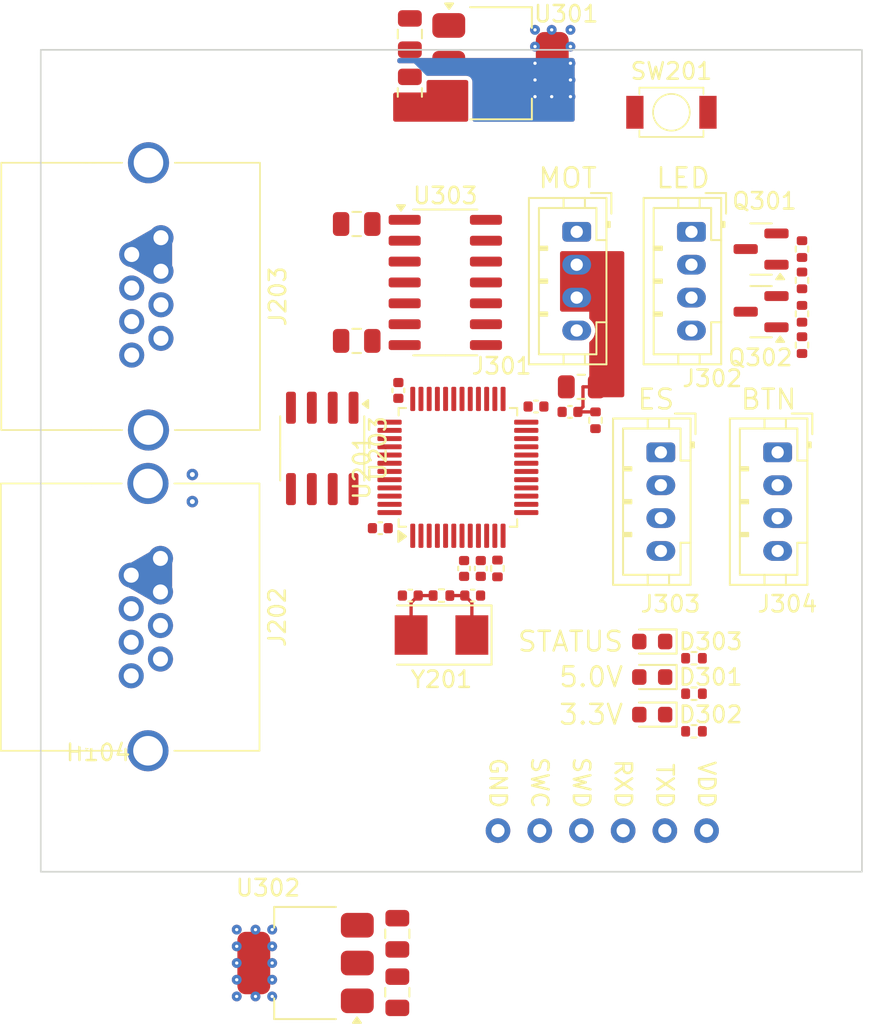
<source format=kicad_pcb>
(kicad_pcb
	(version 20241229)
	(generator "pcbnew")
	(generator_version "9.0")
	(general
		(thickness 1.6)
		(legacy_teardrops no)
	)
	(paper "A4")
	(layers
		(0 "F.Cu" signal)
		(2 "B.Cu" signal)
		(9 "F.Adhes" user "F.Adhesive")
		(11 "B.Adhes" user "B.Adhesive")
		(13 "F.Paste" user)
		(15 "B.Paste" user)
		(5 "F.SilkS" user "F.Silkscreen")
		(7 "B.SilkS" user "B.Silkscreen")
		(1 "F.Mask" user)
		(3 "B.Mask" user)
		(17 "Dwgs.User" user "User.Drawings")
		(19 "Cmts.User" user "User.Comments")
		(21 "Eco1.User" user "User.Eco1")
		(23 "Eco2.User" user "User.Eco2")
		(25 "Edge.Cuts" user)
		(27 "Margin" user)
		(31 "F.CrtYd" user "F.Courtyard")
		(29 "B.CrtYd" user "B.Courtyard")
		(35 "F.Fab" user)
		(33 "B.Fab" user)
		(39 "User.1" user)
		(41 "User.2" user)
		(43 "User.3" user)
		(45 "User.4" user)
	)
	(setup
		(pad_to_mask_clearance 0)
		(allow_soldermask_bridges_in_footprints no)
		(tenting front back)
		(pcbplotparams
			(layerselection 0x00000000_00000000_55555555_5755f5ff)
			(plot_on_all_layers_selection 0x00000000_00000000_00000000_00000000)
			(disableapertmacros no)
			(usegerberextensions no)
			(usegerberattributes yes)
			(usegerberadvancedattributes yes)
			(creategerberjobfile yes)
			(dashed_line_dash_ratio 12.000000)
			(dashed_line_gap_ratio 3.000000)
			(svgprecision 4)
			(plotframeref no)
			(mode 1)
			(useauxorigin no)
			(hpglpennumber 1)
			(hpglpenspeed 20)
			(hpglpendiameter 15.000000)
			(pdf_front_fp_property_popups yes)
			(pdf_back_fp_property_popups yes)
			(pdf_metadata yes)
			(pdf_single_document no)
			(dxfpolygonmode yes)
			(dxfimperialunits yes)
			(dxfusepcbnewfont yes)
			(psnegative no)
			(psa4output no)
			(plot_black_and_white yes)
			(plotinvisibletext no)
			(sketchpadsonfab no)
			(plotpadnumbers no)
			(hidednponfab no)
			(sketchdnponfab yes)
			(crossoutdnponfab yes)
			(subtractmaskfromsilk no)
			(outputformat 1)
			(mirror no)
			(drillshape 1)
			(scaleselection 1)
			(outputdirectory "")
		)
	)
	(net 0 "")
	(net 1 "3V3")
	(net 2 "GND")
	(net 3 "5V0")
	(net 4 "Vin")
	(net 5 "/MCU/RESET")
	(net 6 "/MCU/SWDIO")
	(net 7 "/MCU/RXD1")
	(net 8 "/MCU/TXD1")
	(net 9 "/MCU/SWCLK")
	(net 10 "/MCU/CAN HIGH")
	(net 11 "/MCU/CAN LOW")
	(net 12 "/MCU/CANRXD")
	(net 13 "/MCU/CANTXD")
	(net 14 "Net-(U201-PD0)")
	(net 15 "Net-(U201-PD1)")
	(net 16 "unconnected-(J202-PadSH)")
	(net 17 "unconnected-(J202-PadSH)_1")
	(net 18 "unconnected-(U201-PA4-Pad14)")
	(net 19 "unconnected-(U201-PA3-Pad13)")
	(net 20 "unconnected-(U201-PA6-Pad16)")
	(net 21 "unconnected-(U201-PA15-Pad38)")
	(net 22 "unconnected-(U201-PB9-Pad46)")
	(net 23 "unconnected-(U201-PB7-Pad43)")
	(net 24 "unconnected-(U201-PA1-Pad11)")
	(net 25 "unconnected-(U201-PA0-Pad10)")
	(net 26 "unconnected-(U201-PA5-Pad15)")
	(net 27 "unconnected-(U201-BOOT0-Pad44)")
	(net 28 "unconnected-(U201-PA7-Pad17)")
	(net 29 "unconnected-(U201-VBAT-Pad1)")
	(net 30 "unconnected-(U201-PB8-Pad45)")
	(net 31 "unconnected-(U201-PB10-Pad21)")
	(net 32 "unconnected-(U201-PC13-Pad2)")
	(net 33 "/MCU/Mclose")
	(net 34 "/MCU/Mopen")
	(net 35 "unconnected-(U303-NC-Pad11)")
	(net 36 "/MCU/STclose")
	(net 37 "/MCU/STopen")
	(net 38 "unconnected-(U201-PB2-Pad20)")
	(net 39 "unconnected-(U201-PB0-Pad18)")
	(net 40 "/Power/Vclose")
	(net 41 "/Power/Vopen")
	(net 42 "Net-(Q301-G)")
	(net 43 "unconnected-(U201-PC15-Pad4)")
	(net 44 "unconnected-(U201-PC14-Pad3)")
	(net 45 "Net-(Q302-G)")
	(net 46 "/Power/Vledclose")
	(net 47 "/Power/Vledopen")
	(net 48 "/MCU/LEDopen")
	(net 49 "/MCU/LEDclose")
	(net 50 "Net-(J303-Pin_3)")
	(net 51 "Net-(J303-Pin_2)")
	(net 52 "Net-(J304-Pin_2)")
	(net 53 "Net-(J304-Pin_3)")
	(net 54 "Net-(D302-K)")
	(net 55 "Net-(D301-K)")
	(net 56 "Net-(D303-A)")
	(net 57 "Net-(D303-K)")
	(net 58 "unconnected-(U203-Vref-Pad5)")
	(net 59 "/Power/IM")
	(net 60 "/MCU/Ivalve")
	(footprint "Resistor_SMD:R_0402_1005Metric" (layer "F.Cu") (at 133.35 71.122 90))
	(footprint "Capacitor_SMD:C_0402_1005Metric" (layer "F.Cu") (at 109.5 92.2))
	(footprint "LED_SMD:LED_0603_1608Metric" (layer "F.Cu") (at 124.2315 99.441 180))
	(footprint "Resistor_SMD:R_0402_1005Metric" (layer "F.Cu") (at 133.35 76.964 90))
	(footprint "MountingHole:MountingHole_3.2mm_M3_ISO14580" (layer "F.Cu") (at 90.5 62.5))
	(footprint "Resistor_SMD:R_0402_1005Metric" (layer "F.Cu") (at 133.35 75.059 90))
	(footprint "Capacitor_SMD:C_0402_1005Metric" (layer "F.Cu") (at 113.3 92.2 180))
	(footprint "Package_QFP:LQFP-48_7x7mm_P0.5mm" (layer "F.Cu") (at 112.4 84.4 90))
	(footprint "Capacitor_SMD:C_0402_1005Metric" (layer "F.Cu") (at 107.6745 88.1 180))
	(footprint "MountingHole:MountingHole_3.2mm_M3_ISO14580" (layer "F.Cu") (at 90.5 105.5))
	(footprint "LED_SMD:LED_0603_1608Metric" (layer "F.Cu") (at 124.2315 97.155 180))
	(footprint "Package_TO_SOT_SMD:SOT-223-3_TabPin2" (layer "F.Cu") (at 103.124 114.554 180))
	(footprint "Capacitor_SMD:C_0805_2012Metric" (layer "F.Cu") (at 106.238 69.596 180))
	(footprint "Capacitor_SMD:C_0402_1005Metric" (layer "F.Cu") (at 108.7745 79.72 90))
	(footprint "LED_SMD:LED_0603_1608Metric" (layer "F.Cu") (at 124.2315 94.996 180))
	(footprint "MountingHole:MountingHole_3.2mm_M3_ISO14580" (layer "F.Cu") (at 133.5 62.5))
	(footprint "Crystal:Crystal_SMD_5032-2Pin_5.0x3.2mm" (layer "F.Cu") (at 111.4 94.6 180))
	(footprint "Resistor_SMD:R_0402_1005Metric" (layer "F.Cu") (at 126.7735 96.012))
	(footprint "Capacitor_SMD:C_0402_1005Metric" (layer "F.Cu") (at 119.225 81.026 180))
	(footprint "Projekt:RJ45_SH" (layer "F.Cu") (at 89.97 93.51 -90))
	(footprint "Resistor_SMD:R_0402_1005Metric" (layer "F.Cu") (at 114.808 90.551 -90))
	(footprint "Resistor_SMD:R_0402_1005Metric" (layer "F.Cu") (at 133.35 73.027 90))
	(footprint "Capacitor_SMD:C_0805_2012Metric" (layer "F.Cu") (at 106.238 76.708 180))
	(footprint "Package_SO:SOIC-14_3.9x8.7mm_P1.27mm" (layer "F.Cu") (at 111.633 73.152))
	(footprint "Resistor_SMD:R_0805_2012Metric" (layer "F.Cu") (at 119.9115 79.502 180))
	(footprint "Capacitor_SMD:C_0402_1005Metric" (layer "F.Cu") (at 112.776 90.551 -90))
	(footprint "Resistor_SMD:R_0402_1005Metric" (layer "F.Cu") (at 120.777 81.536 90))
	(footprint "Connector_JST:JST_PH_B4B-PH-K_1x04_P2.00mm_Vertical" (layer "F.Cu") (at 124.756 83.487 -90))
	(footprint "Package_SO:SOIC-8_3.9x4.9mm_P1.27mm" (layer "F.Cu") (at 104.14 83.247 -90))
	(footprint "Connector_JST:JST_PH_B4B-PH-K_1x04_P2.00mm_Vertical" (layer "F.Cu") (at 131.868 83.487 -90))
	(footprint "Capacitor_SMD:C_0402_1005Metric" (layer "F.Cu") (at 117.1545 80.7))
	(footprint "Package_TO_SOT_SMD:SOT-23" (layer "F.Cu") (at 130.8585 74.93 180))
	(footprint "Capacitor_SMD:C_0805_2012Metric" (layer "F.Cu") (at 109.474 61.595 90))
	(footprint "Projekt:RJ45_SH" (layer "F.Cu") (at 90 74 -90))
	(footprint "Connector_JST:JST_PH_B4B-PH-K_1x04_P2.00mm_Vertical" (layer "F.Cu") (at 119.634 70.073 -90))
	(footprint "Connector_JST:JST_PH_B4B-PH-K_1x04_P2.00mm_Vertical"
		(layer "F.Cu")
		(uuid "b3ce2d57-b495-427a-984c-dc084cf66c2f")
		(at 126.619 70.073 -90)
		(descr "JST PH series connector, B4B-PH-K (http://www.jst-mfg.com/product/pdf/eng/ePH.pdf), generated with kicad-footprint-generator")
		(tags "connector JST PH side entry")
		(property "Reference" "J302"
			(at 8.921 -1.27 0)
			(layer "F.SilkS")
			(uuid "39d3b01e-8c25-40cd-982e-f3297edc3c08")
			(effects
				(font
					(size 1 1)
					(thickness 0.15)
				)
			)
		)
		(property "Value" "Conn_01x04"
			(at 3 4 90)
			(layer "F.Fab")
			(uuid "c170529b-b135-422d-9543-7d792e574cf0")
			(effects
				(font
					(size 1 1)
					(thickness 0.15)
				)
			)
		)
		(property "Datasheet" ""
			(at 0 0 270)
			(unlocked yes)
			(layer "F.Fab")
			(hide yes)
			(uuid "3187aaf8-9da3-4ad2-99fe-ac8c5982662d")
			(effects
				(font
					(size 1.27 1.27)
					(thickness 0.15)
				)
			)
		)
		(property "Description" "Generic connector, single row, 01x04, script generated (kicad-library-utils/schlib/autogen/connector/)"
			(at 0 0 270)
			(unlocked yes)
			(layer "F.Fab")
			(hide yes)
			(uuid "63828a31-8070-4453-9746-86bd571f17a3")
			(effects
				(font
					(size 1.27 1.27)
					(thickness 0.15)
				)
			)
		)
		(property ki_fp_filters "Connector*:*_1x??_*")
		(path "/15f3565f-dbe7-403c-835e-03c626162d82/19c05ae7-a69e-477d-b55b-dad6fa625aa5")
		(sheetname "/Power/")
		(sheetfile "psu.kicad_sch")
		(attr through_hole)
		(fp_line
			(start -2.06 2.91)
			(end 8.06 2.91)
			(stroke
				(width 0.12)
				(type solid)
			)
			(layer "F.SilkS")
			(uuid "a4fb491c-7324-48b3-8997-ced062fa89bc")
		)
		(fp_line
			(start 8.06 2.91)
			(end 8.06 -1.81)
			(stroke
				(width 0.12)
				(type solid)
			)
			(layer "F.SilkS")
			(uuid "296bdaf6-916e-43ea-aeec-a5f4888a04a7")
		)
		(fp_line
			(start -1.45 2.3)
			(end 7.45 2.3)
			(stroke
				(width 0.12)
				(type solid)
			)
			(layer "F.SilkS")
			(uuid "36efcb55-2842-4cc8-a5b3-8e08ddf477ef")
		)
		(fp_line
			(start 0.9 2.3)
			(end 0.9 1.8)
			(stroke
				(width 0.12)
				(type solid)
			)
			(layer "F.SilkS")
			(uuid "26e74973-bd43-4e78-a6d9-5d30bc4025c0")
		)
		(fp_line
			(start 1 2.3)
			(end 1 1.8)
			(stroke
				(width 0.12)
				(type solid)
			)
			(layer "F.SilkS")
			(uuid "09d125f5-4df0-47ec-b1db-aa86388dffc6")
		)
		(fp_line
			(start 2.9 2.3)
			(end 2.9 1.8)
			(stroke
				(width 0.12)
				(type solid)
			)
			(layer "F.SilkS")
			(uuid "d3a5be2a-0c2b-4967-855b-de275df66332")
		)
		(fp_line
			(start 3 2.3)
			(end 3 1.8)
			(stroke
				(width 0.12)
				(type solid)
			)
			(layer "F.SilkS")
			(uuid "d9728f61-71fd-4d21-b24b-6bb14051b75e")
		)
		(fp_line
			(start 4.9 2.3)
			(end 4.9 1.8)
			(stroke
				(width 0.12)
				(type solid)
			)
			(layer "F.SilkS")
			(uuid "90438fc0-bddb-4508-8a9c-d1501a4bbf05")
		)
		(fp_line
			(start 5 2.3)
			(end 5 1.8)
			(stroke
				(width 0.12)
				(type solid)
			)
			(layer "F.SilkS")
			(uuid "9471548c-9ae6-45f5-bb20-3e5c1898cb19")
		)
		(fp_line
			(start 7.45 2.3)
			(end 7.45 -1.2)
			(stroke
				(width 0.12)
				(type solid)
			)
			(layer "F.SilkS")
			(uuid "3d26cb77-e8ee-4d14-bf62-917b3b180f04")
		)
		(fp_line
			(start 0.9 1.8)
			(end 1.1 1.8)
			(stroke
				(width 0.12)
				(type solid)
			)
			(layer "F.SilkS")
			(uuid "a046619c-1cf8-4102-8675-f575f669f4e4")
		)
		(fp_line
			(start 1.1 1.8)
			(end 1.1 2.3)
			(stroke
				(width 0.12)
				(type solid)
			)
			(layer "F.SilkS")
			(uuid "061b19b5-493d-4e5e-9648-f5a494c9a8
... [77975 chars truncated]
</source>
